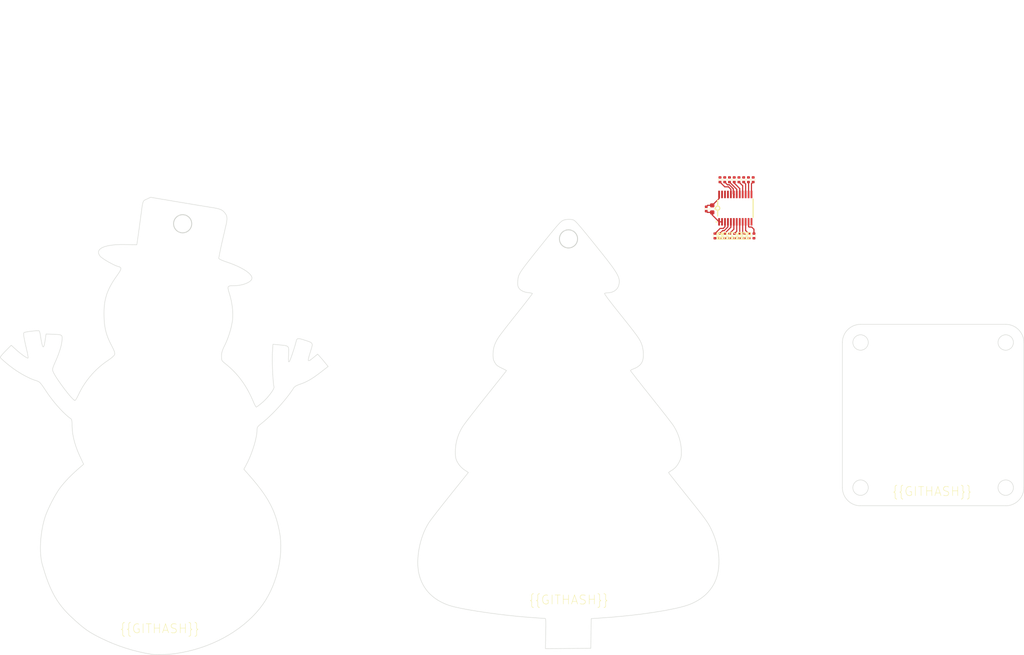
<source format=kicad_pcb>
(kicad_pcb (version 20240108) (generator "pcbnew") (generator_version "8.0")
  (layers (0 "F.Cu" signal) (31 "B.Cu" signal) (34 "B.Paste" user) (35 "F.Paste" user) (36 "B.SilkS" user "B.Silkscreen") (37 "F.SilkS" user "F.Silkscreen") (38 "B.Mask" user) (39 "F.Mask" user) (44 "Edge.Cuts" user))
  (net 0 "")
  (net 1 "ic-scl-8")
  (net 2 "ic-scl-4")
  (net 3 "ic-sda-7")
  (net 4 "reset_")
  (net 5 "ic-sda-1")
  (net 6 "ic-gnd")
  (net 7 "ic-scl-2")
  (net 8 "ic-scl-5")
  (net 9 "ic-sda-5")
  (net 10 "ic-sda-8")
  (net 11 "ic-scl-6")
  (net 12 "ic-sda-4")
  (net 13 "ic-sda")
  (net 14 "vcc")
  (net 15 "ic-scl-7")
  (net 16 "ic-scl-1")
  (net 17 "ic-scl-3")
  (net 18 "ic-sda-6")
  (net 19 "ic-sda-3")
  (net 20 "ic-scl")
  (net 21 "ic-sda-2")
  (footprint "lib:R0402" (layer "F.Cu") (at 194.599943 58.287358 90)
    (property "Reference" "R3" (hide yes))
    (property "Value" "62.5mW Thick Film Resistors 50V ±100ppm/℃ ±1% 10kΩ 0402  Chip Resistor - Surface Mount ROHS")
  )
  (footprint "lib:R0402" (layer "F.Cu") (at 197.763033 45.907076 -90)
    (property "Reference" "R15" (hide yes))
    (property "Value" "62.5mW Thick Film Resistors 50V ±100ppm/℃ ±1% 10kΩ 0402  Chip Resistor - Surface Mount ROHS")
  )
  (footprint "lib:R0402" (layer "F.Cu") (at 201.042539 58.287358 90)
    (property "Reference" "R9")
    (property "Value" "62.5mW Thick Film Resistors 50V ±100ppm/℃ ±1% 10kΩ 0402  Chip Resistor - Surface Mount ROHS")
  )
  (footprint "lib:R0402" (layer "F.Cu") (at 197.821241 58.287358 90)
    (property "Reference" "R4")
    (property "Value" "62.5mW Thick Film Resistors 50V ±100ppm/℃ ±1% 10kΩ 0402  Chip Resistor - Surface Mount ROHS")
  )
  (footprint "lib:R0402" (layer "F.Cu") (at 199.968773 58.287358 90)
    (property "Reference" "R6")
    (property "Value" "62.5mW Thick Film Resistors 50V ±100ppm/℃ ±1% 10kΩ 0402  Chip Resistor - Surface Mount ROHS")
  )
  (footprint "lib:R0402" (layer "F.Cu") (at 201.941863 45.907076 -90)
    (property "Reference" "R11" (hide yes))
    (property "Value" "62.5mW Thick Film Resistors 50V ±100ppm/℃ ±1% 10kΩ 0402  Chip Resistor - Surface Mount ROHS")
  )
  (footprint "lib:R0402" (layer "F.Cu") (at 196.747475 58.287358 90)
    (property "Reference" "R5")
    (property "Value" "62.5mW Thick Film Resistors 50V ±100ppm/℃ ±1% 10kΩ 0402  Chip Resistor - Surface Mount ROHS")
  )
  (footprint "lib:R0402" (layer "F.Cu") (at 200.897154 45.907076 -90)
    (property "Reference" "R10" (hide yes))
    (property "Value" "62.5mW Thick Film Resistors 50V ±100ppm/℃ ±1% 10kΩ 0402  Chip Resistor - Surface Mount ROHS")
  )
  (footprint "lib:TSSOP-24_L7.8-W4.4-P0.65-LS6.4-BL" (layer "F.Cu") (at 198 52.17)
    (property "Reference" "U1" (hide yes))
    (property "Value" "")
  )
  (footprint "lib:R0402" (layer "F.Cu") (at 199.852447 45.907076 -90)
    (property "Reference" "R13" (hide yes))
    (property "Value" "62.5mW Thick Film Resistors 50V ±100ppm/℃ ±1% 10kΩ 0402  Chip Resistor - Surface Mount ROHS")
  )
  (footprint "lib:R0402" (layer "F.Cu") (at 194.628912 45.907076 -90)
    (property "Reference" "R16" (hide yes))
    (property "Value" "62.5mW Thick Film Resistors 50V ±100ppm/℃ ±1% 10kΩ 0402  Chip Resistor - Surface Mount ROHS")
  )
  (footprint "lib:C0603" (layer "F.Cu") (at 192.91898 52.329291 -90)
    (property "Reference" "C2" (hide yes))
    (property "Value" "16V 2.2uF X5R ±10% 0603  Multilayer Ceramic Capacitors MLCC - SMD/SMT ROHS")
  )
  (footprint "lib:R0402" (layer "F.Cu") (at 202.116307 58.287358 90)
    (property "Reference" "R8")
    (property "Value" "62.5mW Thick Film Resistors 50V ±100ppm/℃ ±1% 10kΩ 0402  Chip Resistor - Surface Mount ROHS")
  )
  (footprint "lib:C0402" (layer "F.Cu") (at 191.596082 52.349702 -90)
    (property "Reference" "C1" (hide yes))
    (property "Value" "16V 100nF X7R ±10% 0402  Multilayer Ceramic Capacitors MLCC - SMD/SMT ROHS")
  )
  (footprint "lib:R0402" (layer "F.Cu") (at 198.895007 58.287358 90)
    (property "Reference" "R7")
    (property "Value" "62.5mW Thick Film Resistors 50V ±100ppm/℃ ±1% 10kΩ 0402  Chip Resistor - Surface Mount ROHS")
  )
  (footprint "lib:R0402" (layer "F.Cu") (at 198.80774 45.907076 -90)
    (property "Reference" "R12" (hide yes))
    (property "Value" "62.5mW Thick Film Resistors 50V ±100ppm/℃ ±1% 10kΩ 0402  Chip Resistor - Surface Mount ROHS")
  )
  (footprint "lib:R0402" (layer "F.Cu") (at 193.518093 58.289552 -90)
    (property "Reference" "R1")
    (property "Value" "62.5mW Thick Film Resistors 50V ±100ppm/℃ ±1% 10kΩ 0402  Chip Resistor - Surface Mount ROHS")
  )
  (footprint "lib:R0402" (layer "F.Cu") (at 195.673619 45.907076 -90)
    (property "Reference" "R17" (hide yes))
    (property "Value" "62.5mW Thick Film Resistors 50V ±100ppm/℃ ±1% 10kΩ 0402  Chip Resistor - Surface Mount ROHS")
  )
  (footprint "lib:R0402" (layer "F.Cu") (at 195.673709 58.287358 90)
    (property "Reference" "R2")
    (property "Value" "62.5mW Thick Film Resistors 50V ±100ppm/℃ ±1% 10kΩ 0402  Chip Resistor - Surface Mount ROHS")
  )
  (footprint "lib:R0402" (layer "F.Cu") (at 196.718326 45.907076 -90)
    (property "Reference" "R14" (hide yes))
    (property "Value" "62.5mW Thick Film Resistors 50V ±100ppm/℃ ±1% 10kΩ 0402  Chip Resistor - Surface Mount ROHS")
  )
  (gr_circle (center 225.62 81.79) (end 227.32 81.79) (stroke (width 0.1)) (fill none) (layer "Edge.Cuts"))
  (gr_circle (center 257.62 113.79) (end 259.32 113.79) (stroke (width 0.1)) (fill none) (layer "Edge.Cuts"))
  (gr_circle (center 257.62 81.79) (end 259.32 81.79) (stroke (width 0.1)) (fill none) (layer "Edge.Cuts"))
  (gr_poly (pts (xy 75.142222 50.797022) (xy 79.756606 51.568267) (xy 82.366969 51.99203) (xy 83.019066 52.095762) (xy 83.303876 52.146979) (xy 83.563537 52.198618) (xy 83.799806 52.251323) (xy 84.01444 52.305736) (xy 84.209196 52.362498) (xy 84.385831 52.422252) (xy 84.546102 52.485641) (xy 84.691766 52.553306) (xy 84.824581 52.62589) (xy 84.946303 52.704035) (xy 85.05869 52.788383) (xy 85.163499 52.879577) (xy 85.262486 52.978258) (xy 85.357409 53.08507) (xy 85.479286 53.234958) (xy 85.586233 53.378736) (xy 85.634185 53.44915) (xy 85.678498 53.519015) (xy 85.719202 53.588656) (xy 85.75633 53.658402) (xy 85.789911 53.728576) (xy 85.819976 53.799506) (xy 85.846558 53.871517) (xy 85.869686 53.944936) (xy 85.889392 54.020089) (xy 85.905707 54.097301) (xy 85.918662 54.176899) (xy 85.928287 54.259209) (xy 85.934615 54.344557) (xy 85.937675 54.433269) (xy 85.937499 54.525672) (xy 85.934119 54.62209) (xy 85.927564 54.722851) (xy 85.917866 54.82828) (xy 85.889166 55.054449) (xy 85.848266 55.303204) (xy 85.795414 55.577155) (xy 85.730859 55.878909) (xy 85.654849 56.211077) (xy 84.878546 59.55341) (xy 84.657875 60.550977) (xy 84.450892 61.532488) (xy 84.331406 62.116419) (xy 84.229648 62.629765) (xy 84.15639 63.017063) (xy 84.122409 63.222849) (xy 84.123062 63.236814) (xy 84.127967 63.251873) (xy 84.137065 63.268001) (xy 84.150302 63.285171) (xy 84.167619 63.303357) (xy 84.188962 63.322534) (xy 84.214273 63.342674) (xy 84.243497 63.363751) (xy 84.313454 63.408613) (xy 84.398381 63.456909) (xy 84.497828 63.50843) (xy 84.611342 63.562966) (xy 84.738473 63.620306) (xy 84.878767 63.680241) (xy 85.031775 63.742561) (xy 85.197043 63.807056) (xy 85.374121 63.873515) (xy 85.562558 63.94173) (xy 85.7619 64.011489) (xy 85.971698 64.082583) (xy 86.585981 64.296029) (xy 87.172975 64.516947) (xy 87.730729 64.744054) (xy 88.257293 64.976069) (xy 88.75072 65.211708) (xy 89.209058 65.449689) (xy 89.63036 65.68873) (xy 90.012676 65.927548) (xy 90.354056 66.16486) (xy 90.652552 66.399385) (xy 90.906214 66.629839) (xy 91.113092 66.85494) (xy 91.271238 67.073405) (xy 91.378702 67.283953) (xy 91.412819 67.385857) (xy 91.433535 67.485301) (xy 91.440605 67.582123) (xy 91.433787 67.676165) (xy 91.41712 67.753004) (xy 91.390362 67.829368) (xy 91.35383 67.905131) (xy 91.307839 67.980165) (xy 91.252707 68.054343) (xy 91.188749 68.12754) (xy 91.116281 68.199626) (xy 91.03562 68.270477) (xy 90.947082 68.339964) (xy 90.850984 68.407961) (xy 90.747641 68.47434) (xy 90.637371 68.538975) (xy 90.520488 68.601739) (xy 90.39731 68.662505) (xy 90.268153 68.721145) (xy 90.133332 68.777534) (xy 89.993165 68.831543) (xy 89.847967 68.883047) (xy 89.543745 68.978027) (xy 89.223197 69.06146) (xy 88.888852 69.132329) (xy 88.54324 69.189618) (xy 88.188892 69.232313) (xy 88.009232 69.24787) (xy 87.828337 69.259397) (xy 87.646523 69.266767) (xy 87.464106 69.269854) (xy 87.202959 69.272042) (xy 86.97453 69.277492) (xy 86.777472 69.288473) (xy 86.690288 69.296746) (xy 86.610443 69.307253) (xy 86.537768 69.320276) (xy 86.472096 69.3361) (xy 86.413258 69.355009) (xy 86.361087 69.377285) (xy 86.315414 69.403211) (xy 86.276071 69.433073) (xy 86.24289 69.467154) (xy 86.215703 69.505736) (xy 86.194342 69.549103) (xy 86.178638 69.59754) (xy 86.168424 69.65133) (xy 86.163532 69.710755) (xy 86.163793 69.776101) (xy 86.169039 69.847649) (xy 86.179102 69.925685) (xy 86.193814 70.010491) (xy 86.236514 70.20155) (xy 86.295792 70.423093) (xy 86.370304 70.677389) (xy 86.458705 70.966708) (xy 86.582128 71.384478) (xy 86.694998 71.803093) (xy 86.797211 72.221567) (xy 86.888665 72.638919) (xy 86.969257 73.054166) (xy 87.038885 73.466323) (xy 87.097447 73.874409) (xy 87.144838 74.277439) (xy 87.180958 74.674432) (xy 87.205702 75.064404) (xy 87.21897 75.446371) (xy 87.220657 75.819352) (xy 87.210662 76.182361) (xy 87.188881 76.534418) (xy 87.155212 76.874538) (xy 87.109553 77.201739) (xy 86.986123 77.871628) (xy 86.830027 78.558912) (xy 86.643845 79.255662) (xy 86.430157 79.953949) (xy 86.19154 80.645848) (xy 85.930575 81.323429) (xy 85.649841 81.978766) (xy 85.351916 82.60393) (xy 85.189192 82.938586) (xy 85.118752 83.093315) (xy 85.055229 83.240939) (xy 84.998352 83.382431) (xy 84.947849 83.518761) (xy 84.903447 83.650903) (xy 84.864875 83.779828) (xy 84.831859 83.906506) (xy 84.804129 84.031911) (xy 84.781412 84.157013) (xy 84.763435 84.282785) (xy 84.749927 84.410197) (xy 84.740615 84.540223) (xy 84.735228 84.673833) (xy 84.733493 84.811999) (xy 84.736223 85.129082) (xy 84.741369 85.261496) (xy 84.750575 85.379459) (xy 84.764997 85.485194) (xy 84.774524 85.534172) (xy 84.785789 85.580928) (xy 84.798934 85.625739) (xy 84.814106 85.668884) (xy 84.831447 85.710641) (xy 84.851104 85.751288) (xy 84.873219 85.791103) (xy 84.897937 85.830364) (xy 84.925403 85.869349) (xy 84.955761 85.908337) (xy 84.989155 85.947605) (xy 85.02573 85.987432) (xy 85.109 86.069873) (xy 85.206725 86.157886) (xy 85.320061 86.253696) (xy 85.598185 86.477602) (xy 86.096863 86.886277) (xy 86.577755 87.306529) (xy 87.04138 87.739064) (xy 87.488258 88.184586) (xy 87.918909 88.6438) (xy 88.333852 89.117412) (xy 88.733607 89.606125) (xy 89.118694 90.110646) (xy 89.489632 90.631678) (xy 89.846941 91.169927) (xy 90.19114 91.726098) (xy 90.52275 92.300895) (xy 90.84229 92.895024) (xy 91.150279 93.509189) (xy 91.447237 94.144095) (xy 91.733683 94.800448) (xy 91.84059 95.047283) (xy 91.945802 95.277558) (xy 92.046625 95.486234) (xy 92.140364 95.668271) (xy 92.224324 95.818627) (xy 92.295813 95.932265) (xy 92.326039 95.973739) (xy 92.352136 96.004143) (xy 92.373767 96.022848) (xy 92.382804 96.027616) (xy 92.390597 96.029223) (xy 92.399173 96.028006) (xy 92.410522 96.024397) (xy 92.441219 96.010237) (xy 92.482045 95.987221) (xy 92.53236 95.955824) (xy 92.591521 95.916524) (xy 92.658887 95.869798) (xy 92.815666 95.755976) (xy 92.997564 95.618173) (xy 93.199447 95.460204) (xy 93.416182 95.285885) (xy 93.642634 95.099032) (xy 93.891007 94.882848) (xy 94.141366 94.648628) (xy 94.390948 94.400061) (xy 94.636991 94.140836) (xy 94.87673 93.874641) (xy 95.107403 93.605164) (xy 95.326247 93.336095) (xy 95.530498 93.071122) (xy 95.717394 92.813933) (xy 95.884171 92.568218) (xy 96.028066 92.337665) (xy 96.146316 92.125962) (xy 96.236159 91.936798) (xy 96.294829 91.773863) (xy 96.311612 91.703383) (xy 96.319566 91.640844) (xy 96.318345 91.586706) (xy 96.307605 91.54143) (xy 96.264441 91.378418) (xy 96.221593 91.121805) (xy 96.138989 90.373142) (xy 96.064068 89.386161) (xy 96.001109 88.251583) (xy 95.954389 87.060129) (xy 95.928186 85.902519) (xy 95.926777 84.869474) (xy 95.95444 84.051714) (xy 96.07471 82.177477) (xy 97.36716 82.304781) (xy 98.13507 82.379263) (xy 98.441266 82.413109) (xy 98.700599 82.449744) (xy 98.916803 82.492956) (xy 99.009898 82.518212) (xy 99.09361 82.546534) (xy 99.168406 82.578395) (xy 99.234753 82.614268) (xy 99.293117 82.654627) (xy 99.343964 82.699946) (xy 99.387763 82.750698) (xy 99.424978 82.807357) (xy 99.456076 82.870396) (xy 99.481525 82.94029) (xy 99.501791 83.017511) (xy 99.51734 83.102533) (xy 99.536155 83.297877) (xy 99.541702 83.530109) (xy 99.537716 83.803018) (xy 99.51607 84.486025) (xy 99.501811 85.019341) (xy 99.495778 85.429631) (xy 99.49953 85.727933) (xy 99.505563 85.838537) (xy 99.514626 85.925284) (xy 99.526915 85.989553) (xy 99.542625 86.032723) (xy 99.551823 86.046828) (xy 99.56195 86.056175) (xy 99.573029 86.060938) (xy 99.585085 86.061289) (xy 99.612224 86.049443) (xy 99.643564 86.022019) (xy 99.679299 85.980395) (xy 99.719623 85.925951) (xy 99.770963 85.835961) (xy 99.83738 85.6921) (xy 100.00736 85.267042) (xy 100.213404 84.699332) (xy 100.439353 84.037526) (xy 100.669049 83.330178) (xy 100.886332 82.625845) (xy 101.075044 81.973082) (xy 101.219027 81.420443) (xy 101.232451 81.367288) (xy 101.246658 81.317349) (xy 101.261814 81.270604) (xy 101.278084 81.227032) (xy 101.295634 81.186611) (xy 101.314631 81.149321) (xy 101.33524 81.115138) (xy 101.357628 81.084043) (xy 101.381959 81.056013) (xy 101.4084 81.031027) (xy 101.437117 81.009064) (xy 101.468275 80.990102) (xy 101.502041 80.974119) (xy 101.538581 80.961095) (xy 101.578059 80.951007) (xy 101.620643 80.943835) (xy 101.666497 80.939556) (xy 101.715788 80.938149) (xy 101.768682 80.939594) (xy 101.825345 80.943867) (xy 101.885942 80.950949) (xy 101.950639 80.960817) (xy 102.019603 80.97345) (xy 102.092998 80.988826) (xy 102.170992 81.006924) (xy 102.253749 81.027723) (xy 102.434219 81.077337) (xy 102.635734 81.137495) (xy 102.859622 81.208025) (xy 103.581471 81.438726) (xy 103.868146 81.535185) (xy 104.108644 81.625316) (xy 104.212356 81.669476) (xy 104.305459 81.713816) (xy 104.388264 81.758923) (xy 104.461082 81.805384) (xy 104.524226 81.853787) (xy 104.578006 81.904719) (xy 104.622735 81.958768) (xy 104.658725 82.01652) (xy 104.686285 82.078563) (xy 104.705729 82.145484) (xy 104.717368 82.217871) (xy 104.721513 82.296311) (xy 104.718476 82.381392) (xy 104.708568 82.4737) (xy 104.692102 82.573823) (xy 104.669388 82.682348) (xy 104.606464 82.926954) (xy 104.522289 83.212218) (xy 104.300158 83.92351) (xy 104.076968 84.658354) (xy 103.993442 84.95378) (xy 103.929762 85.203046) (xy 103.886777 85.407528) (xy 103.865337 85.568604) (xy 103.862962 85.633296) (xy 103.866292 85.687652) (xy 103.875434 85.731846) (xy 103.890492 85.766049) (xy 103.911574 85.790433) (xy 103.938786 85.805172) (xy 103.972234 85.810436) (xy 104.012025 85.806398) (xy 104.058263 85.79323) (xy 104.111056 85.771105) (xy 104.236732 85.700671) (xy 104.3899 85.596472) (xy 104.571411 85.459887) (xy 105.02286 85.095065) (xy 105.918216 84.355181) (xy 106.388476 84.86751) (xy 106.496975 84.987739) (xy 106.625318 85.133369) (xy 106.92254 85.478508) (xy 107.242155 85.858286) (xy 107.546176 86.22806) (xy 108.2336 87.076296) (xy 106.72333 88.254687) (xy 106.031007 88.783192) (xy 105.392025 89.245391) (xy 105.089314 89.453516) (xy 104.796071 89.647331) (xy 104.511007 89.827593) (xy 104.232833 89.995056) (xy 103.960259 90.150478) (xy 103.691998 90.294613) (xy 103.426759 90.428217) (xy 103.163254 90.552046) (xy 102.900193 90.666855) (xy 102.636288 90.773401) (xy 102.370249 90.872439) (xy 102.100787 90.964724) (xy 101.955978 91.013649) (xy 101.818902 91.062832) (xy 101.689432 91.112348) (xy 101.567439 91.162273) (xy 101.452795 91.212683) (xy 101.345371 91.263651) (xy 101.245039 91.315254) (xy 101.151671 91.367567) (xy 101.065138 91.420665) (xy 100.985313 91.474624) (xy 100.912065 91.529517) (xy 100.845269 91.585421) (xy 100.784794 91.642412) (xy 100.730512 91.700563) (xy 100.682296 91.759951) (xy 100.640017 91.82065) (xy 100.313962 92.312951) (xy 99.958065 92.82026) (xy 99.575318 93.339289) (xy 99.168711 93.866747) (xy 98.741234 94.399346) (xy 98.295878 94.933795) (xy 97.835635 95.466804) (xy 97.363494 95.995083) (xy 96.882446 96.515343) (xy 96.395482 97.024295) (xy 95.905593 97.518647) (xy 95.415769 97.995111) (xy 94.929002 98.450396) (xy 94.44828 98.881213) (xy 93.976596 99.284272) (xy 93.51694 99.656283) (xy 93.364132 99.777198) (xy 93.228349 99.887118) (xy 93.108601 99.987555) (xy 93.003899 100.080022) (xy 92.913256 100.166032) (xy 92.835682 100.247098) (xy 92.770188 100.324733) (xy 92.741662 100.362737) (xy 92.715786 100.40045) (xy 92.692435 100.438062) (xy 92.671487 100.475762) (xy 92.652817 100.513738) (xy 92.636302 100.552181) (xy 92.621819 100.591279) (xy 92.609244 100.631221) (xy 92.589322 100.714395) (xy 92.575548 100.803215) (xy 92.566934 100.899195) (xy 92.56249 101.003847) (xy 92.561229 101.118685) (xy 92.548214 101.459191) (xy 92.510172 101.840399) (xy 92.448603 102.257479) (xy 92.365007 102.705605) (xy 92.260885 103.179948) (xy 92.137739 103.675679) (xy 91.997068 104.187971) (xy 91.840373 104.711996) (xy 91.669155 105.242926) (xy 91.484915 105.775933) (xy 91.289154 106.306188) (xy 91.083372 106.828864) (xy 90.86907 107.339132) (xy 90.647749 107.832164) (xy 90.420909 108.303133) (xy 90.190051 108.74721) (xy 89.658061 109.729433) (xy 90.799319 111.025652) (xy 91.552256 111.894452) (xy 92.247519 112.726345) (xy 92.887901 113.52649) (xy 93.476195 114.300047) (xy 94.015193 115.052178) (xy 94.507688 115.788042) (xy 94.956473 116.5128) (xy 95.364341 117.231612) (xy 95.734083 117.949638) (xy 96.068493 118.672038) (xy 96.370364 119.403974) (xy 96.642488 120.150605) (xy 96.887657 120.917091) (xy 97.108665 121.708593) (xy 97.308304 122.530271) (xy 97.489367 123.387286) (xy 97.659586 124.435519) (xy 97.764545 125.512723) (xy 97.805707 126.613102) (xy 97.784533 127.73086) (xy 97.702485 128.860202) (xy 97.561026 129.995332) (xy 97.361618 131.130454) (xy 97.105722 132.259774) (xy 96.794801 133.377494) (xy 96.430316 134.47782) (xy 96.01373 135.554956) (xy 95.546505 136.603107) (xy 95.030102 137.616476) (xy 94.465984 138.589268) (xy 93.855613 139.515689) (xy 93.20045 140.389941) (xy 92.386005 141.350273) (xy 91.510226 142.273552) (xy 90.576227 143.158109) (xy 89.587122 144.002278) (xy 88.546024 144.80439) (xy 87.456048 145.562779) (xy 86.320308 146.275777) (xy 85.141916 146.941716) (xy 83.923988 147.558929) (xy 82.669636 148.125749) (xy 81.381976 148.640508) (xy 80.06412 149.101539) (xy 78.719182 149.507174) (xy 77.350277 149.855747) (xy 75.960518 150.145589) (xy 74.553019 150.375033) (xy 73.862872 150.459306) (xy 73.131633 150.525975) (xy 72.383923 150.574372) (xy 71.644361 150.603827) (xy 70.93757 150.613671) (xy 70.288169 150.603235) (xy 69.720779 150.57185) (xy 69.475532 150.548093) (xy 69.26002 150.518847) (xy 69.260051 150.518832) (xy 67.831835 150.262486) (xy 66.416949 149.953785) (xy 65.016193 149.592984) (xy 63.630368 149.180338) (xy 62.260274 148.716103) (xy 60.90671 148.200532) (xy 59.570477 147.633881) (xy 58.252375 147.016405) (xy 57.283074 146.528505) (xy 56.847829 146.298277) (xy 56.438641 146.072324) (xy 56.050351 145.846994) (xy 55.6778 145.618633) (xy 55.315827 145.383588) (xy 54.959273 145.138205) (xy 54.602979 144.87883) (xy 54.241783 144.601811) (xy 53.870528 144.303492) (xy 53.484054 143.980222) (xy 52.644807 143.244211) (xy 51.682765 142.36455) (xy 51.097036 141.804159) (xy 50.54538 141.238954) (xy 50.025658 140.665073) (xy 49.535731 140.078649) (xy 49.07346 139.475819) (xy 48.636705 138.852719) (xy 48.223328 138.205483) (xy 47.831189 137.530249) (xy 47.458149 136.823151) (xy 47.10207 136.080325) (xy 46.760812 135.297907) (xy 46.432236 134.472032) (xy 46.114202 133.598836) (xy 45.804573 132.674455) (xy 45.501208 131.695024) (xy 45.201968 130.656679) (xy 45.078569 130.147371) (xy 44.978794 129.594224) (xy 44.90231 129.00242) (xy 44.848785 128.377144) (xy 44.817886 127.723579) (xy 44.809281 127.046907) (xy 44.822637 126.352311) (xy 44.857621 125.644974) (xy 44.913901 124.93008) (xy 44.991145 124.212811) (xy 45.089019 123.498351) (xy 45.207191 122.791883) (xy 45.345328 122.098589) (xy 45.503099 121.423652) (xy 45.68017 120.772256) (xy 45.876208 120.149584) (xy 46.005143 119.787909) (xy 46.154924 119.401263) (xy 46.508073 118.570286) (xy 46.917749 117.69111) (xy 47.366047 116.79819) (xy 47.83506 115.92598) (xy 48.306883 115.108937) (xy 48.76361 114.381515) (xy 48.980717 114.062179) (xy 49.187335 113.77817) (xy 49.387433 113.519297) (xy 49.599256 113.255538) (xy 50.056372 112.715109) (xy 50.555279 112.160374) (xy 51.092575 111.594824) (xy 51.664855 111.021952) (xy 52.268718 110.445248) (xy 52.900758 109.868205) (xy 53.557574 109.294314) (xy 54.329783 108.634142) (xy 53.616031 107.110232) (xy 53.390001 106.6154) (xy 53.179365 106.128819) (xy 52.984012 105.650049) (xy 52.803829 105.178652) (xy 52.638704 104.71419) (xy 52.488525 104.256224) (xy 52.353181 103.804315) (xy 52.232559 103.358025) (xy 52.126547 102.916915) (xy 52.035034 102.480548) (xy 51.957906 102.048484) (xy 51.895053 101.620284) (xy 51.846363 101.195511) (xy 51.811722 100.773726) (xy 51.79102 100.35449) (xy 51.784144 99.937365) (xy 51.780657 99.620612) (xy 51.776007 99.482669) (xy 51.769161 99.357285) (xy 51.759927 99.243666) (xy 51.748111 99.141014) (xy 51.733519 99.048534) (xy 51.715958 98.96543) (xy 51.695233 98.890904) (xy 51.671153 98.824161) (xy 51.643523 98.764406) (xy 51.612149 98.71084) (xy 51.576839 98.662669) (xy 51.537399 98.619096) (xy 51.493635 98.579325) (xy 51.445353 98.542559) (xy 51.149902 98.324092) (xy 50.839064 98.073347) (xy 50.514896 97.792628) (xy 50.179453 97.484238) (xy 49.834791 97.150482) (xy 49.482966 96.793665) (xy 49.126033 96.41609) (xy 48.766047 96.020062) (xy 48.405065 95.607885) (xy 48.045142 95.181864) (xy 47.688333 94.744302) (xy 47.336694 94.297504) (xy 46.992281 93.843774) (xy 46.657149 93.385417) (xy 46.333354 92.924737) (xy 46.022952 92.464037) (xy 45.611719 91.844971) (xy 45.279782 91.362091) (xy 45.137757 91.165551) (xy 45.008606 90.995655) (xy 44.89001 90.849933) (xy 44.779654 90.725918) (xy 44.675221 90.621143) (xy 44.574392 90.533138) (xy 44.474852 90.459437) (xy 44.374284 90.397571) (xy 44.27037 90.345073) (xy 44.160793 90.299474) (xy 44.043237 90.258307) (xy 43.915385 90.219103) (xy 43.593888 90.117525) (xy 43.255864 89.996009) (xy 42.903268 89.855657) (xy 42.538058 89.697573) (xy 42.162189 89.522858) (xy 41.777618 89.332616) (xy 41.386301 89.127951) (xy 40.990194 88.909964) (xy 40.591254 88.679759) (xy 40.191438 88.438438) (xy 39.792701 88.187105) (xy 39.396999 87.926862) (xy 39.00629 87.658812) (xy 38.622529 87.384058) (xy 38.247673 87.103703) (xy 37.883677 86.81885) (xy 37.49456 86.502783) (xy 37.131548 86.199554) (xy 36.802586 85.916398) (xy 36.515619 85.660548) (xy 36.278593 85.439239) (xy 36.099452 85.259705) (xy 36.034071 85.187865) (xy 35.986141 85.129182) (xy 35.956654 85.08456) (xy 35.946605 85.054903) (xy 35.948192 85.042433) (xy 35.952903 85.026953) (xy 35.971384 84.987332) (xy 36.001425 84.936776) (xy 36.042403 84.876021) (xy 36.093695 84.805804) (xy 36.154681 84.726859) (xy 36.224736 84.639924) (xy 36.303239 84.545735) (xy 36.389567 84.445026) (xy 36.483097 84.338536) (xy 36.689276 84.11115) (xy 36.916796 83.869466) (xy 37.037003 83.745102) (xy 37.160678 83.619372) (xy 38.374759 82.395922) (xy 39.365809 83.301684) (xy 39.814301 83.698656) (xy 40.266196 84.075272) (xy 40.704205 84.419302) (xy 41.111041 84.718514) (xy 41.469414 84.960676) (xy 41.625024 85.056541) (xy 41.762035 85.133557) (xy 41.878286 85.190195) (xy 41.971615 85.224926) (xy 42.039863 85.236222) (xy 42.063905 85.232603) (xy 42.080867 85.222552) (xy 42.085566 85.215268) (xy 42.089233 85.203934) (xy 42.093537 85.169549) (xy 42.093921 85.120268) (xy 42.090523 85.056964) (xy 42.083485 84.98051) (xy 42.072948 84.891778) (xy 42.059051 84.79164) (xy 42.041937 84.68097) (xy 41.998614 84.43152) (xy 41.944105 84.150408) (xy 41.879534 83.844615) (xy 41.806025 83.52112) (xy 41.578977 82.541169) (xy 41.399614 81.732306) (xy 41.265507 81.079136) (xy 41.174225 80.56626) (xy 41.123338 80.17828) (xy 41.112283 80.026315) (xy 41.110416 79.899799) (xy 41.117432 79.796809) (xy 41.133029 79.71542) (xy 41.156901 79.653706) (xy 41.188746 79.609743) (xy 41.213078 79.592846) (xy 41.252556 79.575085) (xy 41.372962 79.537437) (xy 41.541984 79.497733) (xy 41.751641 79.456905) (xy 42.26094 79.37561) (xy 42.837013 79.301016) (xy 43.416018 79.240586) (xy 43.934111 79.201782) (xy 44.150364 79.192822) (xy 44.327447 79.192067) (xy 44.45738 79.20045) (xy 44.532183 79.218905) (xy 44.538527 79.223215) (xy 44.545097 79.229471) (xy 44.551878 79.23762) (xy 44.558855 79.247608) (xy 44.573336 79.272888) (xy 44.588416 79.304879) (xy 44.603974 79.343154) (xy 44.619887 79.387282) (xy 44.636031 79.436835) (xy 44.652284 79.491383) (xy 44.668525 79.550496) (xy 44.684629 79.613746) (xy 44.700475 79.680703) (xy 44.715939 79.750937) (xy 44.7309 79.82402) (xy 44.745234 79.899521) (xy 44.75882 79.977012) (xy 44.771533 80.056063) (xy 44.946351 81.130774) (xy 45.025944 81.564983) (xy 45.101061 81.931234) (xy 45.172253 82.230134) (xy 45.24007 82.462288) (xy 45.305063 82.628302) (xy 45.336673 82.686696) (xy 45.367783 82.728781) (xy 45.398463 82.754634) (xy 45.428781 82.764331) (xy 45.458807 82.757947) (xy 45.488608 82.735557) (xy 45.518254 82.697238) (xy 45.547814 82.643066) (xy 45.606951 82.487462) (xy 45.666568 82.269351) (xy 45.727218 81.98934) (xy 45.78945 81.648032) (xy 45.853816 81.246035) (xy 46.055377 79.918581) (xy 47.417926 79.96628) (xy 48.109143 79.993687) (xy 48.392021 80.009194) (xy 48.636741 80.027435) (xy 48.846051 80.049559) (xy 49.022696 80.076715) (xy 49.169424 80.110051) (xy 49.288982 80.150717) (xy 49.339431 80.174158) (xy 49.384117 80.199861) (xy 49.423385 80.227972) (xy 49.457577 80.258632) (xy 49.487036 80.291987) (xy 49.512107 80.32818) (xy 49.533132 80.367353) (xy 49.550455 80.409652) (xy 49.575367 80.504197) (xy 49.589592 80.612965) (xy 49.595876 80.737105) (xy 49.596965 80.877764) (xy 49.590289 81.099803) (xy 49.571905 81.336737) (xy 49.542029 81.587807) (xy 49.500879 81.852253) (xy 49.448672 82.129318) (xy 49.385623 82.418243) (xy 49.311951 82.718269) (xy 49.227873 83.028637) (xy 49.133604 83.34859) (xy 49.029362 83.677367) (xy 48.915364 84.014212) (xy 48.791827 84.358364) (xy 48.658967 84.709065) (xy 48.517002 85.065558) (xy 48.366148 85.427082) (xy 48.206622 85.792879) (xy 47.949769 86.374791) (xy 47.755997 86.832451) (xy 47.68104 87.021721) (xy 47.619784 87.188367) (xy 47.571537 87.335205) (xy 47.535609 87.465048) (xy 47.511311 87.580709) (xy 47.497952 87.685002) (xy 47.494842 87.78074) (xy 47.501291 87.870737) (xy 47.516609 87.957807) (xy 47.540106 88.044763) (xy 47.571091 88.134418) (xy 47.608874 88.229586) (xy 47.761079 88.551834) (xy 47.975096 88.939463) (xy 48.241913 89.380584) (xy 48.55252 89.863307) (xy 49.269066 90.905997) (xy 50.052651 91.972411) (xy 50.831193 92.967426) (xy 51.196047 93.408433) (xy 51.532609 93.795921) (xy 51.831869 94.117998) (xy 52.084818 94.362774) (xy 52.282443 94.518359) (xy 52.357694 94.558989) (xy 52.415736 94.572863) (xy 52.426811 94.571375) (xy 52.439084 94.56696) (xy 52.452509 94.559691) (xy 52.467041 94.549641) (xy 52.482633 94.536883) (xy 52.499239 94.521489) (xy 52.516813 94.503532) (xy 52.535309 94.483086) (xy 52.574881 94.435018) (xy 52.617586 94.377866) (xy 52.663055 94.312214) (xy 52.710918 94.238646) (xy 52.760808 94.157745) (xy 52.812354 94.070093) (xy 52.865187 93.976276) (xy 52.918939 93.876875) (xy 52.97324 93.772474) (xy 53.02772 93.663657) (xy 53.082012 93.551007) (xy 53.135745 93.435107) (xy 53.405424 92.869327) (xy 53.69623 92.311615) (xy 54.007442 91.76282) (xy 54.338342 91.223792) (xy 54.688208 90.695381) (xy 55.05632 90.178436) (xy 55.441958 89.673808) (xy 55.844402 89.182347) (xy 56.262932 88.704901) (xy 56.696828 88.242322) (xy 57.145369 87.795459) (xy 57.607836 87.365163) (xy 58.083508 86.952281) (xy 58.571665 86.557666) (xy 59.071586 86.182166) (xy 59.582553 85.826632) (xy 59.914962 85.598282) (xy 60.214172 85.3804) (xy 60.477869 85.17504) (xy 60.595674 85.077698) (xy 60.703732 84.984257) (xy 60.801753 84.894974) (xy 60.889447 84.810106) (xy 60.966524 84.72991) (xy 61.032694 84.654642) (xy 61.087669 84.584559) (xy 61.131158 84.519919) (xy 61.162872 84.460977) (xy 61.182521 84.407992) (xy 61.189444 84.378526) (xy 61.194656 84.347449) (xy 61.198136 84.314702) (xy 61.199864 84.280227) (xy 61.197977 84.205863) (xy 61.188829 84.123892) (xy 61.172254 84.033852) (xy 61.148084 83.935279) (xy 61.116154 83.82771) (xy 61.076297 83.71068) (xy 61.028345 83.583727) (xy 60.972134 83.446388) (xy 60.907495 83.298197) (xy 60.834263 83.138693) (xy 60.75227 82.967412) (xy 60.661351 82.783889) (xy 60.561339 82.587662) (xy 60.452067 82.378268) (xy 60.237971 81.961359) (xy 60.041673 81.555601) (xy 59.862568 81.158484) (xy 59.700049 80.767498) (xy 59.553508 80.380135) (xy 59.422339 79.993885) (xy 59.305935 79.60624) (xy 59.203689 79.21469) (xy 59.114995 78.816725) (xy 59.039245 78.409838) (xy 58.975833 77.991518) (xy 58.924151 77.559256) (xy 58.883594 77.110544) (xy 58.853553 76.642872) (xy 58.833423 76.153731) (xy 58.822596 75.640612) (xy 58.82378 75.019765) (xy 58.843433 74.425285) (xy 58.882591 73.854032) (xy 58.942291 73.302869) (xy 59.023569 72.768658) (xy 59.127459 72.248262) (xy 59.255 71.738542) (xy 59.407225 71.236361) (xy 59.585172 70.73858) (xy 59.789877 70.242062) (xy 60.022374 69.743669) (xy 60.283701 69.240263) (xy 60.574893 68.728705) (xy 60.896986 68.205859) (xy 61.251015 67.668586) (xy 61.638018 67.113749) (xy 61.84244 66.825076) (xy 62.020375 66.566593) (xy 62.17201 66.336298) (xy 62.29753 66.132187) (xy 62.397121 65.95226) (xy 62.470968 65.794512) (xy 62.498296 65.72333) (xy 62.519258 65.656942) (xy 62.533877 65.595098) (xy 62.542176 65.537547) (xy 62.544179 65.484039) (xy 62.539908 65.434323) (xy 62.529387 65.388151) (xy 62.512639 65.34527) (xy 62.489688 65.305431) (xy 62.460556 65.268384) (xy 62.425267 65.233878) (xy 62.383844 65.201662) (xy 62.33631 65.171487) (xy 62.282689 65.143103) (xy 62.157276 65.090703) (xy 62.007792 65.042459) (xy 61.834422 64.996371) (xy 61.657986 64.943069) (xy 61.445562 64.862593) (xy 61.203024 64.758325) (xy 60.93625 64.633653) (xy 60.353499 64.336631) (xy 59.744319 63.998608) (xy 59.155721 63.646664) (xy 58.634716 63.307879) (xy 58.414252 63.151884) (xy 58.228316 63.009334) (xy 58.082783 62.883614) (xy 57.983531 62.778109) (xy 57.869943 62.622242) (xy 57.777351 62.470362) (xy 57.705558 62.322559) (xy 57.654369 62.178917) (xy 57.623588 62.039526) (xy 57.613018 61.904471) (xy 57.622463 61.773839) (xy 57.651728 61.647718) (xy 57.700616 61.526195) (xy 57.768931 61.409356) (xy 57.856477 61.297289) (xy 57.963058 61.190081) (xy 58.088479 61.087819) (xy 58.232542 60.99059) (xy 58.395052 60.89848) (xy 58.575812 60.811578) (xy 58.774627 60.72997) (xy 58.991301 60.653743) (xy 59.225638 60.582984) (xy 59.477441 60.51778) (xy 59.746514 60.458218) (xy 60.032661 60.404385) (xy 60.335687 60.356369) (xy 60.655395 60.314256) (xy 60.991589 60.278134) (xy 61.344073 60.248089) (xy 61.712651 60.224208) (xy 62.097127 60.20658) (xy 62.497305 60.195289) (xy 62.912988 60.190424) (xy 63.343981 60.192072) (xy 63.790088 60.20032) (xy 66.056857 60.258219) (xy 66.273486 58.80189) (xy 66.542465 56.891029) (xy 66.884944 54.341891) (xy 67.190183 52.053843) (xy 67.248082 51.679802) (xy 67.303557 51.37005) (xy 67.359078 51.117137) (xy 67.417116 50.913616) (xy 67.48014 50.752035) (xy 67.55062 50.624945) (xy 67.631027 50.524898) (xy 67.72383 50.444442) (xy 67.831501 50.37613) (xy 67.956508 50.312512) (xy 68.268412 50.169558) (xy 69.100734 49.778315)) (stroke (width 0.1)) (fill none) (layer "Edge.Cuts"))
  (gr_arc (start 261.62 113.79) (mid 260.448427 116.618427) (end 257.62 117.79) (stroke (width 0.1)) (layer "Edge.Cuts"))
  (gr_arc (start 225.62 117.79) (mid 222.791573 116.618427) (end 221.62 113.79) (stroke (width 0.1)) (layer "Edge.Cuts"))
  (gr_line (start 261.62 113.79) (end 261.62 81.79) (stroke (width 0.1)) (layer "Edge.Cuts"))
  (gr_circle (center 161.229974 58.946031) (end 163.229974 58.946031) (stroke (width 0.2)) (fill none) (layer "Edge.Cuts"))
  (gr_line (start 221.62 81.79) (end 221.62 113.79) (stroke (width 0.1)) (layer "Edge.Cuts"))
  (gr_arc (start 257.62 77.79) (mid 260.448427 78.961573) (end 261.62 81.79) (stroke (width 0.1)) (layer "Edge.Cuts"))
  (gr_poly (pts (xy 161.429183 54.643361) (xy 161.588699 54.648976) (xy 161.743405 54.660128) (xy 161.8913 54.67685) (xy 162.030385 54.699174) (xy 162.158659 54.727132) (xy 162.274122 54.760758) (xy 162.374774 54.800082) (xy 162.418214 54.822065) (xy 162.465501 54.850416) (xy 162.517128 54.885713) (xy 162.573587 54.928531) (xy 162.702967 55.039035) (xy 162.857578 55.186538) (xy 163.041357 55.37565) (xy 163.258241 55.610981) (xy 163.512165 55.897139) (xy 163.807067 56.238735) (xy 164.146884 56.640378) (xy 164.53555 57.106678) (xy 164.977005 57.642244) (xy 165.475183 58.251687) (xy 166.657456 59.710639) (xy 168.113864 61.520411) (xy 169.490282 63.25197) (xy 170.562092 64.650979) (xy 170.993296 65.243203) (xy 171.359779 65.7732) (xy 171.665351 66.247941) (xy 171.913823 66.674396) (xy 172.109006 67.059535) (xy 172.254708 67.41033) (xy 172.354741 67.733749) (xy 172.412915 68.036764) (xy 172.433041 68.326344) (xy 172.418927 68.609461) (xy 172.374385 68.893084) (xy 172.303226 69.184183) (xy 172.274597 69.278158) (xy 172.242 69.369887) (xy 172.205507 69.459324) (xy 172.165188 69.546423) (xy 172.121114 69.631137) (xy 172.073357 69.713419) (xy 172.021987 69.793223) (xy 171.967076 69.870502) (xy 171.908694 69.945208) (xy 171.846914 70.017296) (xy 171.781806 70.08672) (xy 171.71344 70.153431) (xy 171.641889 70.217383) (xy 171.567223 70.278531) (xy 171.489513 70.336826) (xy 171.408831 70.392223) (xy 171.325247 70.444674) (xy 171.238833 70.494134) (xy 171.14966 70.540554) (xy 171.057799 70.58389) (xy 170.96332 70.624093) (xy 170.866295 70.661118) (xy 170.766796 70.694917) (xy 170.664893 70.725444) (xy 170.560657 70.752652) (xy 170.45416 70.776495) (xy 170.345472 70.796926) (xy 170.234664 70.813898) (xy 170.121809 70.827364) (xy 170.006976 70.837278) (xy 169.890237 70.843593) (xy 169.771663 70.846262) (xy 169.726607 70.847177) (xy 169.681188 70.849133) (xy 169.590479 70.855957) (xy 169.501974 70.8663) (xy 169.418107 70.879728) (xy 169.378675 70.887463) (xy 169.341315 70.895806) (xy 169.306334 70.904703) (xy 169.274034 70.9141) (xy 169.244721 70.923942) (xy 169.218699 70.934176) (xy 169.196272 70.944746) (xy 169.177745 70.955599) (xy 169.171643 70.965792) (xy 169.172154 70.983757) (xy 169.17922 71.009417) (xy 169.192785 71.042693) (xy 169.239181 71.131786) (xy 169.310885 71.250417) (xy 169.407439 71.397965) (xy 169.528385 71.573811) (xy 169.673265 71.777334) (xy 169.841623 72.007915) (xy 170.246938 72.547768) (xy 170.740668 73.18841) (xy 171.319154 73.924882) (xy 171.978732 74.752222) (xy 174.641332 78.093405) (xy 175.537111 79.246786) (xy 176.200008 80.134787) (xy 176.673118 80.816979) (xy 176.99954 81.352933) (xy 177.222371 81.802218) (xy 177.384708 82.224406) (xy 177.462833 82.472098) (xy 177.531331 82.72855) (xy 177.59016 82.991701) (xy 177.639284 83.259489) (xy 177.678662 83.529854) (xy 177.708257 83.800735) (xy 177.728028 84.070071) (xy 177.737937 84.335802) (xy 177.737946 84.595867) (xy 177.728014 84.848205) (xy 177.708104 85.090755) (xy 177.678176 85.321456) (xy 177.638191 85.538248) (xy 177.588111 85.739069) (xy 177.527896 85.92186) (xy 177.457507 86.084559) (xy 177.391656 86.207668) (xy 177.318059 86.327563) (xy 177.236853 86.444134) (xy 177.148173 86.557272) (xy 177.052156 86.666869) (xy 176.948938 86.772814) (xy 176.838657 86.874999) (xy 176.721448 86.973315) (xy 176.597448 87.067652) (xy 176.466794 87.157903) (xy 176.32962 87.243956) (xy 176.186065 87.325705) (xy 176.036265 87.403039) (xy 175.880355 87.475849) (xy 175.718473 87.544027) (xy 175.550754 87.607462) (xy 175.482045 87.632835) (xy 175.415483 87.658969) (xy 175.351405 87.685667) (xy 175.290146 87.712731) (xy 175.23204 87.739963) (xy 175.177423 87.767164) (xy 175.126631 87.794136) (xy 175.079997 87.820681) (xy 175.037859 87.846601) (xy 175.00055 87.871698) (xy 174.968407 87.895773) (xy 174.941764 87.918629) (xy 174.920956 87.940066) (xy 174.90632 87.959888) (xy 174.898189 87.977896) (xy 174.896668 87.986157) (xy 174.8969 87.993891) (xy 174.922027 88.037315) (xy 174.991394 88.135797) (xy 175.25375 88.486297) (xy 176.209258 89.720013) (xy 177.617844 91.508896) (xy 179.333926 93.666804) (xy 181.092323 95.879526) (xy 182.616098 97.817656) (xy 183.742073 99.272256) (xy 184.307071 100.034388) (xy 184.515284 100.360502) (xy 184.7117 100.694247) (xy 184.896111 101.034954) (xy 185.068309 101.381957) (xy 185.228084 101.734588) (xy 185.375229 102.092181) (xy 185.509535 102.454068) (xy 185.630794 102.819582) (xy 185.738797 103.188056) (xy 185.833335 103.558822) (xy 185.914201 103.931214) (xy 185.981186 104.304563) (xy 186.034081 104.678204) (xy 186.072678 105.051468) (xy 186.096768 105.423689) (xy 186.106143 105.794199) (xy 186.105091 106.172735) (xy 186.095928 106.491761) (xy 186.087599 106.633067) (xy 186.076394 106.764426) (xy 186.062032 106.887483) (xy 186.044229 107.003882) (xy 186.022703 107.115265) (xy 185.997171 107.223277) (xy 185.967351 107.329562) (xy 185.932961 107.435763) (xy 185.893716 107.543524) (xy 185.849336 107.654488) (xy 185.744037 107.892603) (xy 185.654537 108.079442) (xy 185.563285 108.257402) (xy 185.469989 108.426825) (xy 185.374358 108.588053) (xy 185.276102 108.741425) (xy 185.174928 108.887283) (xy 185.070547 109.025968) (xy 184.962667 109.15782) (xy 184.850997 109.283181) (xy 184.735246 109.402392) (xy 184.615122 109.515794) (xy 184.490336 109.623727) (xy 184.360596 109.726532) (xy 184.22561 109.824551) (xy 184.085088 109.918125) (xy 183.938739 110.007593) (xy 183.810996 110.084401) (xy 183.691836 110.159793) (xy 183.583867 110.231854) (xy 183.489696 110.298666) (xy 183.41193 110.358313) (xy 183.380014 110.384851) (xy 183.353176 110.408878) (xy 183.331744 110.430155) (xy 183.316042 110.448443) (xy 183.306397 110.463502) (xy 183.303947 110.469746) (xy 183.303134 110.475092) (xy 183.318272 110.503511) (xy 183.362609 110.567965) (xy 183.532916 110.797359) (xy 183.802115 111.148045) (xy 184.158269 111.604794) (xy 185.08369 112.775559) (xy 186.213672 114.187815) (xy 189.362188 118.120691) (xy 190.402126 119.447898) (xy 191.169656 120.462983) (xy 191.727633 121.251467) (xy 192.13891 121.898876) (xy 192.466342 122.490732) (xy 192.772785 123.112559) (xy 193.051147 123.726705) (xy 193.303988 124.346147) (xy 193.531154 124.969731) (xy 193.732492 125.596305) (xy 193.907848 126.224716) (xy 194.05707 126.853811) (xy 194.180003 127.482437) (xy 194.276494 128.109442) (xy 194.346391 128.733673) (xy 194.389538 129.353977) (xy 194.405784 129.969202) (xy 194.394974 130.578194) (xy 194.356955 131.1798) (xy 194.291575 131.772869) (xy 194.198678 132.356247) (xy 194.078113 132.928782) (xy 193.929544 133.476781) (xy 193.74781 134.009233) (xy 193.533455 134.525547) (xy 193.287022 135.025131) (xy 193.009057 135.507395) (xy 192.700103 135.971748) (xy 192.360704 136.4176) (xy 191.991405 136.844359) (xy 191.592749 137.251434) (xy 191.165282 137.638235) (xy 190.709547 138.004171) (xy 190.226087 138.348651) (xy 189.715449 138.671084) (xy 189.178175 138.970879) (xy 188.61481 139.247446) (xy 188.025897 139.500193) (xy 187.387382 139.730873) (xy 186.62691 139.962173) (xy 185.752713 140.192844) (xy 184.773022 140.421641) (xy 182.530085 140.868622) (xy 179.96395 141.293139) (xy 177.140466 141.685214) (xy 174.125485 142.034872) (xy 170.984858 142.332135) (xy 167.784435 142.567026) (xy 166.231372 142.664027) (xy 166.19247 145.936793) (xy 166.153667 149.209559) (xy 161.14812 149.247553) (xy 156.142551 149.285548) (xy 156.211231 145.955256) (xy 156.23825 144.264273) (xy 156.238691 143.682086) (xy 156.22939 143.24944) (xy 156.209575 142.946836) (xy 156.195482 142.838207) (xy 156.178471 142.754778) (xy 156.158445 142.69411) (xy 156.135307 142.653767) (xy 156.108961 142.631312) (xy 156.079311 142.624308) (xy 155.214992 142.57575) (xy 153.588337 142.458798) (xy 151.746032 142.31468) (xy 150.23476 142.184626) (xy 147.951424 141.950142) (xy 145.645248 141.676286) (xy 143.382545 141.373503) (xy 141.229626 141.052239) (xy 139.252805 140.722941) (xy 137.518395 140.396054) (xy 136.092708 140.082025) (xy 135.042056 139.7913) (xy 134.381421 139.556594) (xy 133.752014 139.295735) (xy 133.153989 139.00888) (xy 132.587501 138.696185) (xy 132.052705 138.357807) (xy 131.549756 137.993902) (xy 131.078809 137.604627) (xy 130.64002 137.190138) (xy 130.233542 136.750592) (xy 129.859531 136.286146) (xy 129.518141 135.796955) (xy 129.209529 135.283176) (xy 128.933847 134.744967) (xy 128.691252 134.182482) (xy 128.481899 133.59588) (xy 128.305942 132.985316) (xy 128.169056 132.349397) (xy 128.072975 131.677754) (xy 128.016707 130.975694) (xy 127.999256 130.248525) (xy 128.019631 129.501555) (xy 128.076838 128.740093) (xy 128.169883 127.969445) (xy 128.297773 127.19492) (xy 128.459515 126.421826) (xy 128.654115 125.65547) (xy 128.880581 124.901161) (xy 129.137918 124.164206) (xy 129.425134 123.449914) (xy 129.741235 122.763591) (xy 130.085228 122.110547) (xy 130.456119 121.496088) (xy 130.678839 121.176405) (xy 131.044408 120.681658) (xy 131.533542 120.036727) (xy 132.126955 119.266491) (xy 133.549488 117.449628) (xy 135.157733 115.430109) (xy 139.156955 110.449519) (xy 138.361812 109.926661) (xy 138.191303 109.808793) (xy 138.024907 109.682349) (xy 137.863136 109.547997) (xy 137.706502 109.406407) (xy 137.555518 109.258246) (xy 137.410696 109.104183) (xy 137.27255 108.944887) (xy 137.141591 108.781027) (xy 137.018333 108.613271) (xy 136.903287 108.442289) (xy 136.796967 108.268748) (xy 136.699885 108.093317) (xy 136.612554 107.916666) (xy 136.535485 107.739462) (xy 136.469192 107.562375) (xy 136.414188 107.386072) (xy 136.393025 107.303561) (xy 136.373683 107.213821) (xy 136.356172 107.117074) (xy 136.340506 107.013541) (xy 136.326696 106.903442) (xy 136.314755 106.786999) (xy 136.296527 106.535963) (xy 136.28592 106.262201) (xy 136.28303 105.96748) (xy 136.287955 105.653567) (xy 136.300792 105.32223) (xy 136.322244 104.998512) (xy 136.354436 104.675622) (xy 136.397314 104.353731) (xy 136.450821 104.033012) (xy 136.514903 103.713637) (xy 136.589505 103.395777) (xy 136.67457 103.079605) (xy 136.770045 102.765293) (xy 136.875873 102.453014) (xy 136.991999 102.142939) (xy 137.118369 101.83524) (xy 137.254926 101.53009) (xy 137.401615 101.227661) (xy 137.558383 100.928125) (xy 137.725172 100.631653) (xy 137.901927 100.338419) (xy 138.126212 100.011097) (xy 138.51292 99.483877) (xy 139.040899 98.784161) (xy 139.688993 97.939352) (xy 141.260913 95.92407) (xy 143.059451 93.657252) (xy 146.236175 89.672407) (xy 147.202546 88.449633) (xy 147.557468 87.987986) (xy 147.556054 87.984938) (xy 147.551858 87.980582) (xy 147.535398 87.968089) (xy 147.508643 87.9508) (xy 147.472146 87.929003) (xy 147.372145 87.873051) (xy 147.239832 87.802557) (xy 147.079641 87.719846) (xy 146.896006 87.62724) (xy 146.693363 87.527063) (xy 146.476146 87.421641) (xy 146.164445 87.267635) (xy 146.029652 87.197126) (xy 145.907363 87.129704) (xy 145.796428 87.064435) (xy 145.695696 87.000386) (xy 145.604016 86.936623) (xy 145.520238 86.872216) (xy 145.443212 86.806229) (xy 145.371787 86.737731) (xy 145.304812 86.665788) (xy 145.241137 86.589467) (xy 145.179611 86.507836) (xy 145.119084 86.419962) (xy 145.058406 86.324911) (xy 144.996425 86.221751) (xy 144.936178 86.116882) (xy 144.882127 86.017884) (xy 144.833953 85.923336) (xy 144.791331 85.831816) (xy 144.753942 85.741904) (xy 144.721463 85.652177) (xy 144.693573 85.561215) (xy 144.669949 85.467596) (xy 144.65027 85.3699) (xy 144.634215 85.266704) (xy 144.621462 85.156587) (xy 144.611688 85.038128) (xy 144.604572 84.909906) (xy 144.599793 84.7705) (xy 144.597029 84.618488) (xy 144.595958 84.452448) (xy 144.599628 84.195279) (xy 144.611925 83.944089) (xy 144.633095 83.698112) (xy 144.663381 83.456583) (xy 144.703029 83.218738) (xy 144.752282 82.983811) (xy 144.811387 82.751037) (xy 144.880586 82.519652) (xy 144.960125 82.28889) (xy 145.050249 82.057986) (xy 145.151202 81.826176) (xy 145.26323 81.592694) (xy 145.386575 81.356776) (xy 145.521483 81.117655) (xy 145.6682 80.874568) (xy 145.826969 80.626749) (xy 146.032392 80.333611) (xy 146.358724 79.892071) (xy 147.30702 78.650511) (xy 148.537667 77.075522) (xy 149.916477 75.340556) (xy 151.237226 73.678901) (xy 152.309769 72.303534) (xy 153.024068 71.357417) (xy 153.212489 71.090004) (xy 153.258499 71.015527) (xy 153.270084 70.983515) (xy 153.265966 70.978423) (xy 153.259854 70.973183) (xy 153.251803 70.967809) (xy 153.241867 70.96231) (xy 153.216558 70.950987) (xy 153.184364 70.939307) (xy 153.14572 70.927361) (xy 153.101062 70.915241) (xy 153.050827 70.903038) (xy 152.995449 70.890845) (xy 152.935366 70.878753) (xy 152.871013 70.866854) (xy 152.802825 70.855239) (xy 152.73124 70.844002) (xy 152.656692 70.833232) (xy 152.579618 70.823023) (xy 152.500454 70.813465) (xy 152.419635 70.804652) (xy 152.231149 70.781807) (xy 152.048915 70.752885) (xy 151.873161 70.717993) (xy 151.704112 70.677241) (xy 151.541996 70.63074) (xy 151.387039 70.578598) (xy 151.239467 70.520925) (xy 151.099507 70.457831) (xy 150.967385 70.389425) (xy 150.843329 70.315816) (xy 150.727564 70.237115) (xy 150.620318 70.153431) (xy 150.521817 70.064872) (xy 150.432287 69.97155) (xy 150.351955 69.873574) (xy 150.281047 69.771052) (xy 150.239903 69.703254) (xy 150.203083 69.636552) (xy 150.170436 69.569895) (xy 150.141808 69.502228) (xy 150.117043 69.432499) (xy 150.095989 69.359654) (xy 150.078492 69.282642) (xy 150.064398 69.200408) (xy 150.053553 69.111901) (xy 150.045804 69.016066) (xy 150.040997 68.911851) (xy 150.038978 68.798203) (xy 150.039593 68.674069) (xy 150.042688 68.538396) (xy 150.04811 68.39013) (xy 150.055705 68.22822) (xy 150.072415 67.962758) (xy 150.098332 67.715002) (xy 150.116664 67.59479) (xy 150.139604 67.475438) (xy 150.16792 67.355755) (xy 150.202381 67.234552) (xy 150.243756 67.110641) (xy 150.292814 66.982832) (xy 150.350322 66.849936) (xy 150.41705 66.710763) (xy 150.493766 66.564125) (xy 150.58124 66.408832) (xy 150.680239 66.243695) (xy 150.791532 66.067525) (xy 150.915888 65.879133) (xy 151.054076 65.677329) (xy 151.375022 65.228731) (xy 151.760519 64.712216) (xy 152.216716 64.11827) (xy 152.749763 63.437382) (xy 153.365808 62.660036) (xy 154.871494 60.777918) (xy 157.351611 57.70227) (xy 158.182147 56.694478) (xy 158.801918 55.969401) (xy 159.257611 55.474061) (xy 159.595914 55.15548) (xy 159.735634 55.045918) (xy 159.863513 54.960679) (xy 160.107097 54.83668) (xy 160.2199 54.793912) (xy 160.345893 54.756391) (xy 160.483077 54.724149) (xy 160.629452 54.697218) (xy 160.783018 54.67563) (xy 160.941774 54.659418) (xy 161.10372 54.648615) (xy 161.266857 54.643252)) (stroke (width 0.1)) (fill none) (layer "Edge.Cuts"))
  (gr_line (start 257.62 77.79) (end 225.62 77.79) (stroke (width 0.1)) (layer "Edge.Cuts"))
  (gr_arc (start 221.62 81.79) (mid 222.791573 78.961573) (end 225.62 77.79) (stroke (width 0.1)) (layer "Edge.Cuts"))
  (gr_circle (center 225.62 113.79) (end 227.32 113.79) (stroke (width 0.1)) (fill none) (layer "Edge.Cuts"))
  (gr_circle (center 76.165146 55.61107) (end 78.165146 55.61107) (stroke (width 0.2)) (fill none) (layer "Edge.Cuts"))
  (gr_line (start 225.62 117.79) (end 257.62 117.79) (stroke (width 0.1)) (layer "Edge.Cuts"))
  (gr_text "{{GITHASH}}" (at 152.4 139.7 0) (layer "F.SilkS") (effects (font (size 2 2) (thickness 0.1)) (justify left bottom)))
  (gr_text "{{GITHASH}}" (at 62.23 146.05 0) (layer "F.SilkS") (effects (font (size 2 2) (thickness 0.1)) (justify left bottom)))
  (gr_text "{{GITHASH}}" (at 232.508427 115.791573 0) (layer "F.SilkS") (effects (font (size 2 2) (thickness 0.1)) (justify left bottom)))
  (segment (start 200.897154 46.417076) (end 200.93 46.449922) (width 0.25) (layer "F.Cu") (net 2))
  (segment (start 200.93 46.449922) (end 200.93 49.15) (width 0.25) (layer "F.Cu") (net 2))
  (segment (start 197.555 47.890146) (end 196.67693 47.012076) (width 0.25) (layer "F.Cu") (net 3))
  (segment (start 197.555 48.965) (end 197.555 47.890146) (width 0.25) (layer "F.Cu") (net 3))
  (segment (start 197.68 49.15) (end 197.74 49.15) (width 0.25) (layer "F.Cu") (net 3))
  (segment (start 197.74 49.15) (end 197.555 48.965) (width 0.25) (layer "F.Cu") (net 3))
  (segment (start 196.67693 47.012076) (end 196.268619 47.012076) (width 0.25) (layer "F.Cu") (net 3))
  (segment (start 196.268619 47.012076) (end 195.673619 46.417076) (width 0.25) (layer "F.Cu") (net 3))
  (segment (start 195.73 55.19) (end 195.73 56.265) (width 0.25) (layer "F.Cu") (net 4))
  (segment (start 195.73 56.265) (end 195.353 56.642) (width 0.25) (layer "F.Cu") (net 4))
  (segment (start 195.353 56.642) (end 194.655645 56.642) (width 0.25) (layer "F.Cu") (net 4))
  (segment (start 194.655645 56.642) (end 193.518093 57.779552) (width 0.25) (layer "F.Cu") (net 4))
  (segment (start 197.68 56.817269) (end 196.719911 57.777358) (width 0.25) (layer "F.Cu") (net 5))
  (segment (start 197.68 55.19) (end 197.68 56.817269) (width 0.25) (layer "F.Cu") (net 5))
  (segment (start 195.08 55.19) (end 194.43 55.19) (width 0.25) (layer "F.Cu") (net 6))
  (segment (start 192.91898 53.104291) (end 191.870671 53.104291) (width 0.25) (layer "F.Cu") (net 6))
  (segment (start 191.870671 53.104291) (end 191.596082 52.829702) (width 0.25) (layer "F.Cu") (net 6))
  (segment (start 192.91898 53.67898) (end 194.43 55.19) (width 0.25) (layer "F.Cu") (net 6))
  (segment (start 192.91898 53.104291) (end 192.91898 53.67898) (width 0.25) (layer "F.Cu") (net 6))
  (segment (start 199.63 57.550845) (end 199.63 55.19) (width 0.25) (layer "F.Cu") (net 7))
  (segment (start 199.924836 57.845681) (end 199.63 57.550845) (width 0.25) (layer "F.Cu") (net 7))
  (segment (start 198.80774 46.417076) (end 199.63 47.239336) (width 0.25) (layer "F.Cu") (net 8))
  (segment (start 199.63 47.239336) (end 199.63 49.15) (width 0.25) (layer "F.Cu") (net 8))
  (segment (start 200.28 46.844629) (end 200.28 49.15) (width 0.25) (layer "F.Cu") (net 9))
  (segment (start 199.852447 46.417076) (end 200.28 46.844629) (width 0.25) (layer "F.Cu") (net 9))
  (segment (start 198.32 48.01875) (end 198.32 49.15) (width 0.25) (layer "F.Cu") (net 11))
  (segment (start 196.718326 46.417076) (end 198.32 48.01875) (width 0.25) (layer "F.Cu") (net 11))
  (segment (start 201.57 46.788939) (end 201.57 49.15) (width 0.25) (layer "F.Cu") (net 12))
  (segment (start 201.941863 46.417076) (end 201.57 46.788939) (width 0.25) (layer "F.Cu") (net 12))
  (segment (start 196.38 55.19) (end 196.38 56.3075) (width 0.25) (layer "F.Cu") (net 13))
  (segment (start 195.5375 57.1075) (end 195.495 57.15) (width 0.25) (layer "F.Cu") (net 13))
  (segment (start 195.23754 57.1075) (end 195.5375 57.1075) (width 0.25) (layer "F.Cu") (net 13))
  (segment (start 194.599943 57.745097) (end 195.23754 57.1075) (width 0.25) (layer "F.Cu") (net 13))
  (segment (start 196.38 56.3075) (end 195.58 57.1075) (width 0.25) (layer "F.Cu") (net 13))
  (segment (start 191.911493 51.554291) (end 191.596082 51.869702) (width 0.25) (layer "F.Cu") (net 14))
  (segment (start 194.43 50.043271) (end 192.91898 51.554291) (width 0.25) (layer "F.Cu") (net 14))
  (segment (start 192.91898 51.554291) (end 191.911493 51.554291) (width 0.25) (layer "F.Cu") (net 14))
  (segment (start 194.43 49.15) (end 194.43 50.043271) (width 0.25) (layer "F.Cu") (net 14))
  (segment (start 197.03 48.001542) (end 197.03 49.15) (width 0.25) (layer "F.Cu") (net 15))
  (segment (start 195.673912 47.462076) (end 196.490534 47.462076) (width 0.25) (layer "F.Cu") (net 15))
  (segment (start 194.628912 46.417076) (end 195.673912 47.462076) (width 0.25) (layer "F.Cu") (net 15))
  (segment (start 196.490534 47.462076) (end 197.03 48.001542) (width 0.25) (layer "F.Cu") (net 15))
  (segment (start 198.32 57.267112) (end 198.32 55.19) (width 0.25) (layer "F.Cu") (net 16))
  (segment (start 197.779896 57.807216) (end 198.32 57.267112) (width 0.25) (layer "F.Cu") (net 16))
  (segment (start 202.116307 57.777358) (end 202.116307 56.83701) (width 0.25) (layer "F.Cu") (net 17))
  (segment (start 202.116307 56.83701) (end 201.619297 56.34) (width 0.25) (layer "F.Cu") (net 17))
  (segment (start 201.619297 56.34) (end 201.045 56.34) (width 0.25) (layer "F.Cu") (net 17))
  (segment (start 201.045 56.34) (end 200.93 56.225) (width 0.25) (layer "F.Cu") (net 17))
  (segment (start 200.93 56.225) (end 200.93 55.19) (width 0.25) (layer "F.Cu") (net 17))
  (segment (start 198.98 47.85) (end 198.98 49.15) (width 0.25) (layer "F.Cu") (net 18))
  (segment (start 197.763033 46.417076) (end 197.763033 46.633033) (width 0.25) (layer "F.Cu") (net 18))
  (segment (start 197.763033 46.633033) (end 198.98 47.85) (width 0.25) (layer "F.Cu") (net 18))
  (segment (start 201.009565 57.829281) (end 200.28 57.099716) (width 0.25) (layer "F.Cu") (net 19))
  (segment (start 200.28 57.099716) (end 200.28 55.19) (width 0.25) (layer "F.Cu") (net 19))
  (segment (start 197.03 56.377426) (end 195.659927 57.747499) (width 0.25) (layer "F.Cu") (net 20))
  (segment (start 197.03 55.19) (end 197.03 56.377426) (width 0.25) (layer "F.Cu") (net 20))
  (segment (start 198.837849 57.83387) (end 198.98 57.691719) (width 0.25) (layer "F.Cu") (net 21))
  (segment (start 198.98 57.691719) (end 198.98 55.19) (width 0.25) (layer "F.Cu") (net 21))
)
</source>
